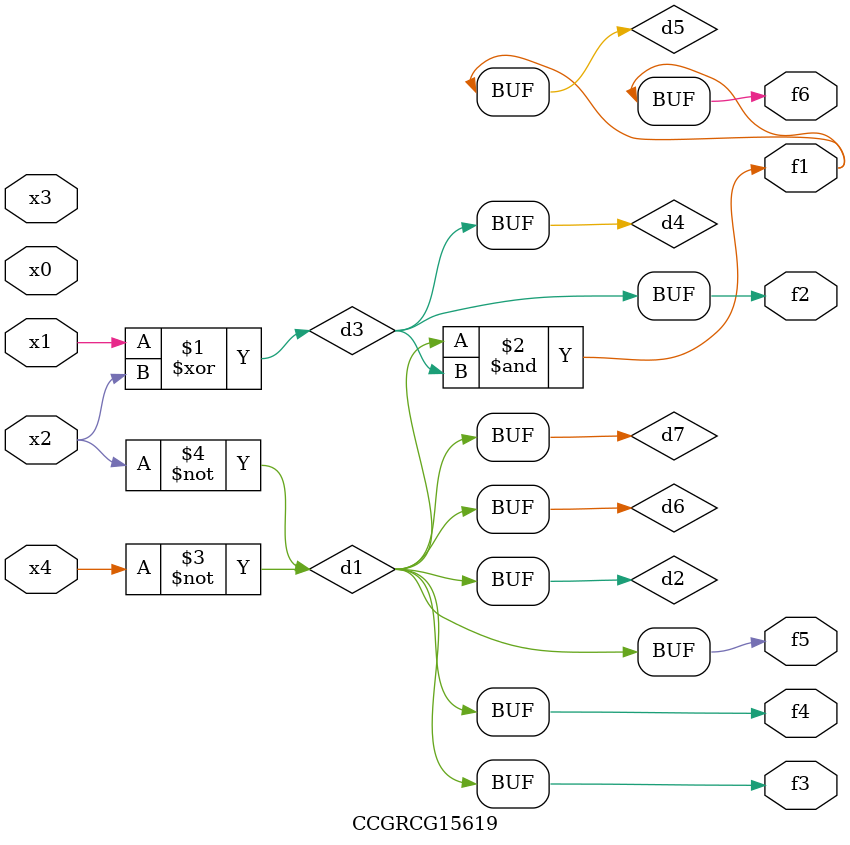
<source format=v>
module CCGRCG15619(
	input x0, x1, x2, x3, x4,
	output f1, f2, f3, f4, f5, f6
);

	wire d1, d2, d3, d4, d5, d6, d7;

	not (d1, x4);
	not (d2, x2);
	xor (d3, x1, x2);
	buf (d4, d3);
	and (d5, d1, d3);
	buf (d6, d1, d2);
	buf (d7, d2);
	assign f1 = d5;
	assign f2 = d4;
	assign f3 = d7;
	assign f4 = d7;
	assign f5 = d7;
	assign f6 = d5;
endmodule

</source>
